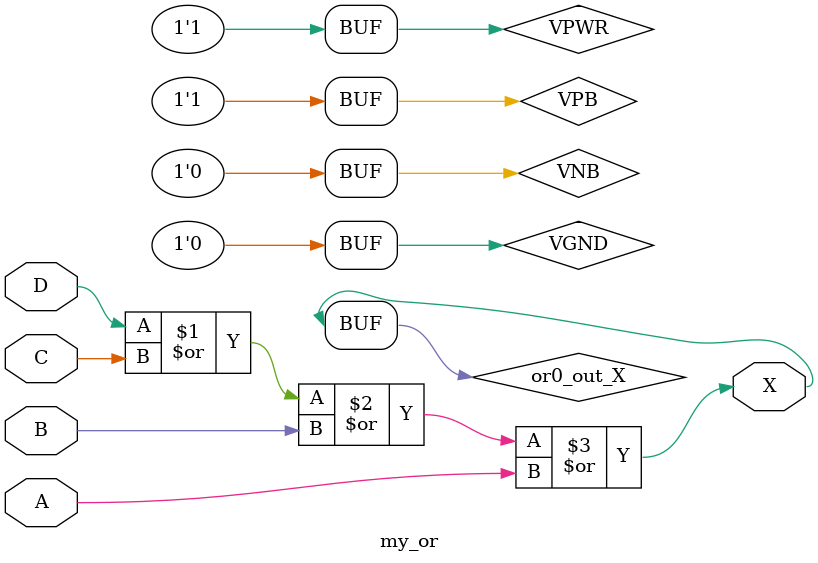
<source format=v>
module my_or (
    X,
    A,
    B,
    C,
    D
);

    // Module ports
    output X;
    input  A;
    input  B;
    input  C;
    input  D;

    // Module supplies
    supply1 VPWR;
    supply0 VGND;
    supply1 VPB ;
    supply0 VNB ;

    // Local signals
    wire or0_out_X;

    //  Name  Output     Other arguments
    or  or0  (or0_out_X, D, C, B, A     );
    buf buf0 (X        , or0_out_X      );

endmodule
</source>
